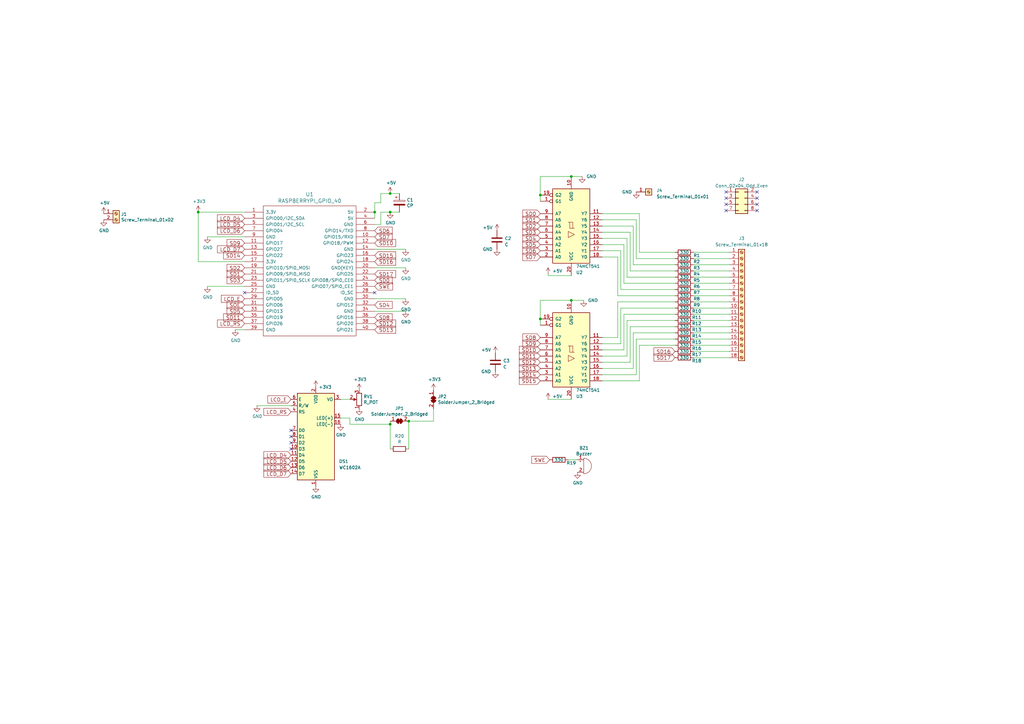
<source format=kicad_sch>
(kicad_sch (version 20230121) (generator eeschema)
  (paper "A3")
  (lib_symbols
    (symbol "74xx:74HCT541" (pin_names (offset 1.016))
      (property "Reference" "U" (at -7.62 16.51 0))
      (property "Value" "74HCT541" (at -7.62 -16.51 0))
      (symbol "74HCT541_1_0"
        (polyline (pts (xy -0.635 -1.6002) (xy -0.635 0.9398) (xy 0.635 0.9398)))
        (polyline (pts (xy -1.27 -1.6002) (xy 0.635 -1.6002) (xy 0.635 0.9398) (xy 1.27 0.9398)))
        (polyline (pts (xy 1.27 3.4798) (xy -1.27 4.7498) (xy -1.27 2.2098) (xy 1.27 3.4798)) (stroke (width 0.1524)))
        (pin input inverted (at -12.7 -10.16 0) (length 5.08) (name "G1") (number "1"))
        (pin power_in line (at 0 -20.32 90) (length 5.08) (name "GND") (number "10"))
        (pin tri_state line (at 12.7 -5.08 180) (length 5.08) (name "Y7") (number "11"))
        (pin tri_state line (at 12.7 -2.54 180) (length 5.08) (name "Y6") (number "12"))
        (pin tri_state line (at 12.7 0 180) (length 5.08) (name "Y5") (number "13"))
        (pin tri_state line (at 12.7 2.54 180) (length 5.08) (name "Y4") (number "14"))
        (pin tri_state line (at 12.7 5.08 180) (length 5.08) (name "Y3") (number "15"))
        (pin tri_state line (at 12.7 7.62 180) (length 5.08) (name "Y2") (number "16"))
        (pin tri_state line (at 12.7 10.16 180) (length 5.08) (name "Y1") (number "17"))
        (pin tri_state line (at 12.7 12.7 180) (length 5.08) (name "Y0") (number "18"))
        (pin input inverted (at -12.7 -12.7 0) (length 5.08) (name "G2") (number "19"))
        (pin input line (at -12.7 12.7 0) (length 5.08) (name "A0") (number "2"))
        (pin power_in line (at 0 20.32 270) (length 5.08) (name "VCC") (number "20"))
        (pin input line (at -12.7 10.16 0) (length 5.08) (name "A1") (number "3"))
        (pin input line (at -12.7 7.62 0) (length 5.08) (name "A2") (number "4"))
        (pin input line (at -12.7 5.08 0) (length 5.08) (name "A3") (number "5"))
        (pin input line (at -12.7 2.54 0) (length 5.08) (name "A4") (number "6"))
        (pin input line (at -12.7 0 0) (length 5.08) (name "A5") (number "7"))
        (pin input line (at -12.7 -2.54 0) (length 5.08) (name "A6") (number "8"))
        (pin input line (at -12.7 -5.08 0) (length 5.08) (name "A7") (number "9"))
      )
      (symbol "74HCT541_1_1"
        (rectangle (start -7.62 15.24) (end 7.62 -15.24) (stroke (width 0.254)) (fill (type background)))
      )
    )
    (symbol "Connector:Screw_Terminal_01x01" (pin_names (offset 1.016) hide)
      (property "Reference" "J" (at 0 2.54 0))
      (property "Value" "Screw_Terminal_01x01" (at 0 -2.54 0))
      (symbol "Screw_Terminal_01x01_1_1"
        (rectangle (start -1.27 1.27) (end 1.27 -1.27) (stroke (width 0.254)) (fill (type background)))
        (polyline (pts (xy -0.5334 0.3302) (xy 0.3302 -0.508)) (stroke (width 0.1524)))
        (polyline (pts (xy -0.3556 0.508) (xy 0.508 -0.3302)) (stroke (width 0.1524)))
        (circle (center 0 0) (radius 0.635) (stroke (width 0.1524)))
        (pin passive line (at -5.08 0 0) (length 3.81) (name "Pin_1") (number "1"))
      )
    )
    (symbol "Connector:Screw_Terminal_01x02" (pin_names (offset 1.016) hide)
      (property "Reference" "J" (at 0 2.54 0))
      (property "Value" "Screw_Terminal_01x02" (at 0 -5.08 0))
      (symbol "Screw_Terminal_01x02_1_1"
        (rectangle (start -1.27 1.27) (end 1.27 -3.81) (stroke (width 0.254)) (fill (type background)))
        (circle (center 0 -2.54) (radius 0.635) (stroke (width 0.1524)))
        (polyline (pts (xy -0.5334 -2.2098) (xy 0.3302 -3.048)) (stroke (width 0.1524)))
        (polyline (pts (xy -0.5334 0.3302) (xy 0.3302 -0.508)) (stroke (width 0.1524)))
        (polyline (pts (xy -0.3556 -2.032) (xy 0.508 -2.8702)) (stroke (width 0.1524)))
        (polyline (pts (xy -0.3556 0.508) (xy 0.508 -0.3302)) (stroke (width 0.1524)))
        (circle (center 0 0) (radius 0.635) (stroke (width 0.1524)))
        (pin passive line (at -5.08 0 0) (length 3.81) (name "Pin_1") (number "1"))
        (pin passive line (at -5.08 -2.54 0) (length 3.81) (name "Pin_2") (number "2"))
      )
    )
    (symbol "Connector:Screw_Terminal_01x18" (pin_names (offset 1.016) hide)
      (property "Reference" "J" (at 0 22.86 0))
      (property "Value" "Screw_Terminal_01x18" (at 0 -25.4 0))
      (symbol "Screw_Terminal_01x18_1_1"
        (rectangle (start -1.27 21.59) (end 1.27 -24.13) (stroke (width 0.254)) (fill (type background)))
        (circle (center 0 -22.86) (radius 0.635) (stroke (width 0.1524)))
        (circle (center 0 -20.32) (radius 0.635) (stroke (width 0.1524)))
        (circle (center 0 -17.78) (radius 0.635) (stroke (width 0.1524)))
        (circle (center 0 -15.24) (radius 0.635) (stroke (width 0.1524)))
        (circle (center 0 -12.7) (radius 0.635) (stroke (width 0.1524)))
        (circle (center 0 -10.16) (radius 0.635) (stroke (width 0.1524)))
        (circle (center 0 -7.62) (radius 0.635) (stroke (width 0.1524)))
        (circle (center 0 -5.08) (radius 0.635) (stroke (width 0.1524)))
        (circle (center 0 -2.54) (radius 0.635) (stroke (width 0.1524)))
        (polyline (pts (xy -0.5334 -22.5298) (xy 0.3302 -23.368)) (stroke (width 0.1524)))
        (polyline (pts (xy -0.5334 -19.9898) (xy 0.3302 -20.828)) (stroke (width 0.1524)))
        (polyline (pts (xy -0.5334 -17.4498) (xy 0.3302 -18.288)) (stroke (width 0.1524)))
        (polyline (pts (xy -0.5334 -14.9098) (xy 0.3302 -15.748)) (stroke (width 0.1524)))
        (polyline (pts (xy -0.5334 -12.3698) (xy 0.3302 -13.208)) (stroke (width 0.1524)))
        (polyline (pts (xy -0.5334 -9.8298) (xy 0.3302 -10.668)) (stroke (width 0.1524)))
        (polyline (pts (xy -0.5334 -7.2898) (xy 0.3302 -8.128)) (stroke (width 0.1524)))
        (polyline (pts (xy -0.5334 -4.7498) (xy 0.3302 -5.588)) (stroke (width 0.1524)))
        (polyline (pts (xy -0.5334 -2.2098) (xy 0.3302 -3.048)) (stroke (width 0.1524)))
        (polyline (pts (xy -0.5334 0.3302) (xy 0.3302 -0.508)) (stroke (width 0.1524)))
        (polyline (pts (xy -0.5334 2.8702) (xy 0.3302 2.032)) (stroke (width 0.1524)))
        (polyline (pts (xy -0.5334 5.4102) (xy 0.3302 4.572)) (stroke (width 0.1524)))
        (polyline (pts (xy -0.5334 7.9502) (xy 0.3302 7.112)) (stroke (width 0.1524)))
        (polyline (pts (xy -0.5334 10.4902) (xy 0.3302 9.652)) (stroke (width 0.1524)))
        (polyline (pts (xy -0.5334 13.0302) (xy 0.3302 12.192)) (stroke (width 0.1524)))
        (polyline (pts (xy -0.5334 15.5702) (xy 0.3302 14.732)) (stroke (width 0.1524)))
        (polyline (pts (xy -0.5334 18.1102) (xy 0.3302 17.272)) (stroke (width 0.1524)))
        (polyline (pts (xy -0.5334 20.6502) (xy 0.3302 19.812)) (stroke (width 0.1524)))
        (polyline (pts (xy -0.3556 -22.352) (xy 0.508 -23.1902)) (stroke (width 0.1524)))
        (polyline (pts (xy -0.3556 -19.812) (xy 0.508 -20.6502)) (stroke (width 0.1524)))
        (polyline (pts (xy -0.3556 -17.272) (xy 0.508 -18.1102)) (stroke (width 0.1524)))
        (polyline (pts (xy -0.3556 -14.732) (xy 0.508 -15.5702)) (stroke (width 0.1524)))
        (polyline (pts (xy -0.3556 -12.192) (xy 0.508 -13.0302)) (stroke (width 0.1524)))
        (polyline (pts (xy -0.3556 -9.652) (xy 0.508 -10.4902)) (stroke (width 0.1524)))
        (polyline (pts (xy -0.3556 -7.112) (xy 0.508 -7.9502)) (stroke (width 0.1524)))
        (polyline (pts (xy -0.3556 -4.572) (xy 0.508 -5.4102)) (stroke (width 0.1524)))
        (polyline (pts (xy -0.3556 -2.032) (xy 0.508 -2.8702)) (stroke (width 0.1524)))
        (polyline (pts (xy -0.3556 0.508) (xy 0.508 -0.3302)) (stroke (width 0.1524)))
        (polyline (pts (xy -0.3556 3.048) (xy 0.508 2.2098)) (stroke (width 0.1524)))
        (polyline (pts (xy -0.3556 5.588) (xy 0.508 4.7498)) (stroke (width 0.1524)))
        (polyline (pts (xy -0.3556 8.128) (xy 0.508 7.2898)) (stroke (width 0.1524)))
        (polyline (pts (xy -0.3556 10.668) (xy 0.508 9.8298)) (stroke (width 0.1524)))
        (polyline (pts (xy -0.3556 13.208) (xy 0.508 12.3698)) (stroke (width 0.1524)))
        (polyline (pts (xy -0.3556 15.748) (xy 0.508 14.9098)) (stroke (width 0.1524)))
        (polyline (pts (xy -0.3556 18.288) (xy 0.508 17.4498)) (stroke (width 0.1524)))
        (polyline (pts (xy -0.3556 20.828) (xy 0.508 19.9898)) (stroke (width 0.1524)))
        (circle (center 0 0) (radius 0.635) (stroke (width 0.1524)))
        (circle (center 0 2.54) (radius 0.635) (stroke (width 0.1524)))
        (circle (center 0 5.08) (radius 0.635) (stroke (width 0.1524)))
        (circle (center 0 7.62) (radius 0.635) (stroke (width 0.1524)))
        (circle (center 0 10.16) (radius 0.635) (stroke (width 0.1524)))
        (circle (center 0 12.7) (radius 0.635) (stroke (width 0.1524)))
        (circle (center 0 15.24) (radius 0.635) (stroke (width 0.1524)))
        (circle (center 0 17.78) (radius 0.635) (stroke (width 0.1524)))
        (circle (center 0 20.32) (radius 0.635) (stroke (width 0.1524)))
        (pin passive line (at -5.08 20.32 0) (length 3.81) (name "Pin_1") (number "1"))
        (pin passive line (at -5.08 -2.54 0) (length 3.81) (name "Pin_10") (number "10"))
        (pin passive line (at -5.08 -5.08 0) (length 3.81) (name "Pin_11") (number "11"))
        (pin passive line (at -5.08 -7.62 0) (length 3.81) (name "Pin_12") (number "12"))
        (pin passive line (at -5.08 -10.16 0) (length 3.81) (name "Pin_13") (number "13"))
        (pin passive line (at -5.08 -12.7 0) (length 3.81) (name "Pin_14") (number "14"))
        (pin passive line (at -5.08 -15.24 0) (length 3.81) (name "Pin_15") (number "15"))
        (pin passive line (at -5.08 -17.78 0) (length 3.81) (name "Pin_16") (number "16"))
        (pin passive line (at -5.08 -20.32 0) (length 3.81) (name "Pin_17") (number "17"))
        (pin passive line (at -5.08 -22.86 0) (length 3.81) (name "Pin_18") (number "18"))
        (pin passive line (at -5.08 17.78 0) (length 3.81) (name "Pin_2") (number "2"))
        (pin passive line (at -5.08 15.24 0) (length 3.81) (name "Pin_3") (number "3"))
        (pin passive line (at -5.08 12.7 0) (length 3.81) (name "Pin_4") (number "4"))
        (pin passive line (at -5.08 10.16 0) (length 3.81) (name "Pin_5") (number "5"))
        (pin passive line (at -5.08 7.62 0) (length 3.81) (name "Pin_6") (number "6"))
        (pin passive line (at -5.08 5.08 0) (length 3.81) (name "Pin_7") (number "7"))
        (pin passive line (at -5.08 2.54 0) (length 3.81) (name "Pin_8") (number "8"))
        (pin passive line (at -5.08 0 0) (length 3.81) (name "Pin_9") (number "9"))
      )
    )
    (symbol "Connector_Generic:Conn_02x04_Odd_Even" (pin_names (offset 1.016) hide)
      (property "Reference" "J" (at 1.27 5.08 0))
      (property "Value" "Conn_02x04_Odd_Even" (at 1.27 -7.62 0))
      (symbol "Conn_02x04_Odd_Even_1_1"
        (rectangle (start -1.27 -4.953) (end 0 -5.207) (stroke (width 0.1524)))
        (rectangle (start -1.27 -2.413) (end 0 -2.667) (stroke (width 0.1524)))
        (rectangle (start -1.27 0.127) (end 0 -0.127) (stroke (width 0.1524)))
        (rectangle (start -1.27 2.667) (end 0 2.413) (stroke (width 0.1524)))
        (rectangle (start -1.27 3.81) (end 3.81 -6.35) (stroke (width 0.254)) (fill (type background)))
        (rectangle (start 3.81 -4.953) (end 2.54 -5.207) (stroke (width 0.1524)))
        (rectangle (start 3.81 -2.413) (end 2.54 -2.667) (stroke (width 0.1524)))
        (rectangle (start 3.81 0.127) (end 2.54 -0.127) (stroke (width 0.1524)))
        (rectangle (start 3.81 2.667) (end 2.54 2.413) (stroke (width 0.1524)))
        (pin passive line (at -5.08 2.54 0) (length 3.81) (name "Pin_1") (number "1"))
        (pin passive line (at 7.62 2.54 180) (length 3.81) (name "Pin_2") (number "2"))
        (pin passive line (at -5.08 0 0) (length 3.81) (name "Pin_3") (number "3"))
        (pin passive line (at 7.62 0 180) (length 3.81) (name "Pin_4") (number "4"))
        (pin passive line (at -5.08 -2.54 0) (length 3.81) (name "Pin_5") (number "5"))
        (pin passive line (at 7.62 -2.54 180) (length 3.81) (name "Pin_6") (number "6"))
        (pin passive line (at -5.08 -5.08 0) (length 3.81) (name "Pin_7") (number "7"))
        (pin passive line (at 7.62 -5.08 180) (length 3.81) (name "Pin_8") (number "8"))
      )
    )
    (symbol "Device:Buzzer" (pin_names (offset 0.0254) hide)
      (property "Reference" "BZ" (at 3.81 1.27 0))
      (property "Value" "Buzzer" (at 3.81 -1.27 0))
      (symbol "Buzzer_0_1"
        (arc (start 0 -3.175) (mid 3.1612 0) (end 0 3.175))
        (polyline (pts (xy -1.651 1.905) (xy -1.143 1.905)))
        (polyline (pts (xy -1.397 2.159) (xy -1.397 1.651)))
        (polyline (pts (xy 0 3.175) (xy 0 -3.175)))
      )
      (symbol "Buzzer_1_1"
        (pin passive line (at -2.54 2.54 0) (length 2.54) (name "-") (number "1"))
        (pin passive line (at -2.54 -2.54 0) (length 2.54) (name "+") (number "2"))
      )
    )
    (symbol "Device:C" (pin_numbers hide) (pin_names (offset 0.254))
      (property "Reference" "C" (at 0.635 2.54 0))
      (property "Value" "C" (at 0.635 -2.54 0))
      (symbol "C_0_1"
        (polyline (pts (xy -2.032 -0.762) (xy 2.032 -0.762)) (stroke (width 0.508)))
        (polyline (pts (xy -2.032 0.762) (xy 2.032 0.762)) (stroke (width 0.508)))
      )
      (symbol "C_1_1"
        (pin passive line (at 0 3.81 270) (length 2.794) (name "~") (number "1"))
        (pin passive line (at 0 -3.81 90) (length 2.794) (name "~") (number "2"))
      )
    )
    (symbol "Device:R" (pin_numbers hide) (pin_names (offset 0))
      (property "Reference" "R" (at 2.032 0 90))
      (property "Value" "R" (at 0 0 90))
      (symbol "R_0_1"
        (rectangle (start -1.016 -2.54) (end 1.016 2.54) (stroke (width 0.254)))
      )
      (symbol "R_1_1"
        (pin passive line (at 0 3.81 270) (length 1.27) (name "~") (number "1"))
        (pin passive line (at 0 -3.81 90) (length 1.27) (name "~") (number "2"))
      )
    )
    (symbol "Display_Character:WC1602A"
      (property "Reference" "DS" (at -5.842 19.05 0))
      (property "Value" "WC1602A" (at 5.334 19.05 0))
      (symbol "WC1602A_1_1"
        (rectangle (start -7.62 17.78) (end 7.62 -17.78) (stroke (width 0.254)) (fill (type background)))
        (pin power_in line (at 0 -20.32 90) (length 2.54) (name "VSS") (number "1"))
        (pin input line (at -10.16 -5.08 0) (length 2.54) (name "D3") (number "10"))
        (pin input line (at -10.16 -7.62 0) (length 2.54) (name "D4") (number "11"))
        (pin input line (at -10.16 -10.16 0) (length 2.54) (name "D5") (number "12"))
        (pin input line (at -10.16 -12.7 0) (length 2.54) (name "D6") (number "13"))
        (pin input line (at -10.16 -15.24 0) (length 2.54) (name "D7") (number "14"))
        (pin power_in line (at 10.16 7.62 180) (length 2.54) (name "LED(+)") (number "15"))
        (pin power_in line (at 10.16 5.08 180) (length 2.54) (name "LED(-)") (number "16"))
        (pin power_in line (at 0 20.32 270) (length 2.54) (name "VDD") (number "2"))
        (pin input line (at 10.16 15.24 180) (length 2.54) (name "VO") (number "3"))
        (pin input line (at -10.16 10.16 0) (length 2.54) (name "RS") (number "4"))
        (pin input line (at -10.16 12.7 0) (length 2.54) (name "R/W") (number "5"))
        (pin input line (at -10.16 15.24 0) (length 2.54) (name "E") (number "6"))
        (pin input line (at -10.16 2.54 0) (length 2.54) (name "D0") (number "7"))
        (pin input line (at -10.16 0 0) (length 2.54) (name "D1") (number "8"))
        (pin input line (at -10.16 -2.54 0) (length 2.54) (name "D2") (number "9"))
      )
    )
    (symbol "Jumper:SolderJumper_2_Bridged" (pin_names (offset 0) hide)
      (property "Reference" "JP" (at 0 2.032 0))
      (property "Value" "SolderJumper_2_Bridged" (at 0 -2.54 0))
      (symbol "SolderJumper_2_Bridged_0_1"
        (rectangle (start -0.508 0.508) (end 0.508 -0.508) (fill (type outline)))
        (arc (start -0.254 1.016) (mid -1.2656 0) (end -0.254 -1.016))
        (arc (start -0.254 1.016) (mid -1.2656 0) (end -0.254 -1.016) (fill (type outline)))
        (polyline (pts (xy -0.254 1.016) (xy -0.254 -1.016)))
        (polyline (pts (xy 0.254 1.016) (xy 0.254 -1.016)))
        (arc (start 0.254 -1.016) (mid 1.2656 0) (end 0.254 1.016))
        (arc (start 0.254 -1.016) (mid 1.2656 0) (end 0.254 1.016) (fill (type outline)))
      )
      (symbol "SolderJumper_2_Bridged_1_1"
        (pin passive line (at -3.81 0 0) (length 2.54) (name "A") (number "1"))
        (pin passive line (at 3.81 0 180) (length 2.54) (name "B") (number "2"))
      )
    )
    (symbol "RaspberryPi-SMI16-rescue:CP-Device" (pin_numbers hide) (pin_names (offset 0.254))
      (property "Reference" "C" (at 0.635 2.54 0))
      (property "Value" "Device_CP" (at 0.635 -2.54 0))
      (symbol "CP-Device_0_1"
        (rectangle (start -2.286 0.508) (end 2.286 1.016))
        (polyline (pts (xy -1.778 2.286) (xy -0.762 2.286)))
        (polyline (pts (xy -1.27 2.794) (xy -1.27 1.778)))
        (rectangle (start 2.286 -0.508) (end -2.286 -1.016) (fill (type outline)))
      )
      (symbol "CP-Device_1_1"
        (pin passive line (at 0 3.81 270) (length 2.794) (name "~") (number "1"))
        (pin passive line (at 0 -3.81 90) (length 2.794) (name "~") (number "2"))
      )
    )
    (symbol "RaspberryPi-SMI16-rescue:RASPBERRYPI_GPIO_40-nanbuwks" (pin_names (offset 1.016))
      (property "Reference" "U" (at 0 19.05 0))
      (property "Value" "nanbuwks_RASPBERRYPI_GPIO_40" (at 0 -38.1 0))
      (symbol "RASPBERRYPI_GPIO_40-nanbuwks_0_1"
        (rectangle (start -19.05 17.78) (end 19.05 -35.56))
      )
      (symbol "RASPBERRYPI_GPIO_40-nanbuwks_1_1"
        (pin input line (at -26.67 15.24 0) (length 7.62) (name "3.3V") (number "1"))
        (pin input line (at 26.67 5.08 180) (length 7.62) (name "GPIO15/RXD") (number "10"))
        (pin input line (at -26.67 2.54 0) (length 7.62) (name "GPIO17") (number "11"))
        (pin input line (at 26.67 2.54 180) (length 7.62) (name "GPIO18/PWM") (number "12"))
        (pin input line (at -26.67 0 0) (length 7.62) (name "GPIO27") (number "13"))
        (pin input line (at 26.67 0 180) (length 7.62) (name "GND") (number "14"))
        (pin input line (at -26.67 -2.54 0) (length 7.62) (name "GPIO22") (number "15"))
        (pin input line (at 26.67 -2.54 180) (length 7.62) (name "GPIO23") (number "16"))
        (pin input line (at -26.67 -5.08 0) (length 7.62) (name "3.3V") (number "17"))
        (pin input line (at 26.67 -5.08 180) (length 7.62) (name "GPIO24") (number "18"))
        (pin input line (at -26.67 -7.62 0) (length 7.62) (name "GPIO10/SPI0_MOSI") (number "19"))
        (pin input line (at 26.67 15.24 180) (length 7.62) (name "5V") (number "2"))
        (pin input line (at 26.67 -7.62 180) (length 7.62) (name "GND(KEY)") (number "20"))
        (pin input line (at -26.67 -10.16 0) (length 7.62) (name "GPIO09/SPI0_MISO") (number "21"))
        (pin input line (at 26.67 -10.16 180) (length 7.62) (name "GPIO25") (number "22"))
        (pin input line (at -26.67 -12.7 0) (length 7.62) (name "GPIO11/SPI0_SCLK") (number "23"))
        (pin input line (at 26.67 -12.7 180) (length 7.62) (name "GPIO08/SPI0_CE0") (number "24"))
        (pin input line (at -26.67 -15.24 0) (length 7.62) (name "GND") (number "25"))
        (pin input line (at 26.67 -15.24 180) (length 7.62) (name "GPIO07/SPI0_CE1") (number "26"))
        (pin input line (at -26.67 -17.78 0) (length 7.62) (name "ID_SD") (number "27"))
        (pin input line (at 26.67 -17.78 180) (length 7.62) (name "ID_SC") (number "28"))
        (pin input line (at -26.67 -20.32 0) (length 7.62) (name "GPIO05") (number "29"))
        (pin input line (at -26.67 12.7 0) (length 7.62) (name "GPIO00/I2C_SDA") (number "3"))
        (pin input line (at 26.67 -20.32 180) (length 7.62) (name "GND") (number "30"))
        (pin input line (at -26.67 -22.86 0) (length 7.62) (name "GPIO06") (number "31"))
        (pin input line (at 26.67 -22.86 180) (length 7.62) (name "GPIO12") (number "32"))
        (pin input line (at -26.67 -25.4 0) (length 7.62) (name "GPIO13") (number "33"))
        (pin input line (at 26.67 -25.4 180) (length 7.62) (name "GND") (number "34"))
        (pin input line (at -26.67 -27.94 0) (length 7.62) (name "GPIO19") (number "35"))
        (pin input line (at 26.67 -27.94 180) (length 7.62) (name "GPIO16") (number "36"))
        (pin input line (at -26.67 -30.48 0) (length 7.62) (name "GPIO26") (number "37"))
        (pin input line (at 26.67 -30.48 180) (length 7.62) (name "GPIO20") (number "38"))
        (pin input line (at -26.67 -33.02 0) (length 7.62) (name "GND") (number "39"))
        (pin input line (at 26.67 12.7 180) (length 7.62) (name "5V") (number "4"))
        (pin input line (at 26.67 -33.02 180) (length 7.62) (name "GPIO21") (number "40"))
        (pin input line (at -26.67 10.16 0) (length 7.62) (name "GPIO01/I2C_SCL") (number "5"))
        (pin input line (at 26.67 10.16 180) (length 7.62) (name "GND") (number "6"))
        (pin input line (at -26.67 7.62 0) (length 7.62) (name "GPIO04") (number "7"))
        (pin input line (at 26.67 7.62 180) (length 7.62) (name "GPIO14/TXD") (number "8"))
        (pin input line (at -26.67 5.08 0) (length 7.62) (name "GND") (number "9"))
      )
    )
    (symbol "RaspberryPi-SMI16-rescue:R_POT-Device" (pin_names (offset 1.016) hide)
      (property "Reference" "RV" (at -4.445 0 90))
      (property "Value" "Device_R_POT" (at -2.54 0 90))
      (symbol "R_POT-Device_0_1"
        (polyline (pts (xy 2.54 0) (xy 1.524 0)))
        (polyline (pts (xy 1.143 0) (xy 2.286 0.508) (xy 2.286 -0.508) (xy 1.143 0)) (fill (type outline)))
        (rectangle (start 1.016 2.54) (end -1.016 -2.54) (stroke (width 0.254)))
      )
      (symbol "R_POT-Device_1_1"
        (pin passive line (at 0 3.81 270) (length 1.27) (name "1") (number "1"))
        (pin passive line (at 3.81 0 180) (length 1.27) (name "2") (number "2"))
        (pin passive line (at 0 -3.81 90) (length 1.27) (name "3") (number "3"))
      )
    )
    (symbol "power:+3.3V" (power) (pin_names (offset 0))
      (property "Value" "+3.3V" (at 0 3.556 0))
      (symbol "+3.3V_0_1"
        (polyline (pts (xy -0.762 1.27) (xy 0 2.54)))
        (polyline (pts (xy 0 0) (xy 0 2.54)))
        (polyline (pts (xy 0 2.54) (xy 0.762 1.27)))
      )
      (symbol "+3.3V_1_1"
        (pin power_in line (at 0 0 90) (length 0) hide (name "+3V3") (number "1"))
      )
    )
    (symbol "power:+5V" (power) (pin_names (offset 0))
      (property "Value" "+5V" (at 0 3.556 0))
      (symbol "+5V_0_1"
        (polyline (pts (xy -0.762 1.27) (xy 0 2.54)))
        (polyline (pts (xy 0 0) (xy 0 2.54)))
        (polyline (pts (xy 0 2.54) (xy 0.762 1.27)))
      )
      (symbol "+5V_1_1"
        (pin power_in line (at 0 0 90) (length 0) hide (name "+5V") (number "1"))
      )
    )
    (symbol "power:GND" (power) (pin_names (offset 0))
      (property "Value" "GND" (at 0 -3.81 0))
      (symbol "GND_0_1"
        (polyline (pts (xy 0 0) (xy 0 -1.27) (xy 1.27 -1.27) (xy 0 -2.54) (xy -1.27 -1.27) (xy 0 -1.27)))
      )
      (symbol "GND_1_1"
        (pin power_in line (at 0 0 270) (length 0) hide (name "GND") (number "1"))
      )
    )
  )
  (junction (at 221.615 80.01))
  (junction (at 167.64 172.72))
  (junction (at 81.28 86.995))
  (junction (at 153.67 86.995))
  (junction (at 234.315 72.39))
  (junction (at 160.02 79.375))
  (junction (at 160.02 173.99))
  (junction (at 160.02 86.995))
  (junction (at 221.615 130.81))
  (junction (at 234.315 123.19))
  (no_connect (at 297.815 86.36))
  (no_connect (at 119.38 184.15))
  (no_connect (at 297.815 81.28))
  (no_connect (at 310.515 86.36))
  (no_connect (at 297.815 83.82))
  (no_connect (at 100.33 120.015))
  (no_connect (at 310.515 81.28))
  (no_connect (at 310.515 78.74))
  (no_connect (at 297.815 78.74))
  (no_connect (at 153.67 120.015))
  (no_connect (at 119.38 179.07))
  (no_connect (at 119.38 176.53))
  (no_connect (at 310.515 83.82))
  (no_connect (at 119.38 181.61))
  (wire (pts (xy 259.715 92.71) (xy 259.715 108.585)))
  (wire (pts (xy 247.015 105.41) (xy 253.365 105.41)))
  (wire (pts (xy 262.255 87.63) (xy 262.255 103.505)))
  (wire (pts (xy 163.83 86.995) (xy 160.02 86.995)))
  (wire (pts (xy 119.38 166.37) (xy 105.41 166.37)))
  (wire (pts (xy 221.615 130.81) (xy 221.615 123.19)))
  (wire (pts (xy 247.015 138.43) (xy 253.365 138.43)))
  (wire (pts (xy 156.21 86.995) (xy 160.02 86.995)))
  (wire (pts (xy 255.905 100.33) (xy 255.905 116.205)))
  (wire (pts (xy 156.21 92.075) (xy 153.67 92.075)))
  (wire (pts (xy 153.67 127.635) (xy 166.37 127.635)))
  (wire (pts (xy 260.985 90.17) (xy 247.015 90.17)))
  (wire (pts (xy 284.48 141.605) (xy 299.085 141.605)))
  (wire (pts (xy 234.315 123.19) (xy 239.395 123.19)))
  (wire (pts (xy 276.86 139.065) (xy 260.985 139.065)))
  (wire (pts (xy 260.985 153.67) (xy 247.015 153.67)))
  (wire (pts (xy 259.715 108.585) (xy 276.86 108.585)))
  (wire (pts (xy 156.21 79.375) (xy 156.21 83.185)))
  (wire (pts (xy 276.86 118.745) (xy 254.635 118.745)))
  (wire (pts (xy 258.445 95.25) (xy 247.015 95.25)))
  (wire (pts (xy 160.02 173.99) (xy 160.02 184.15)))
  (wire (pts (xy 260.985 139.065) (xy 260.985 153.67)))
  (wire (pts (xy 253.365 138.43) (xy 253.365 123.825)))
  (wire (pts (xy 247.015 146.05) (xy 257.175 146.05)))
  (wire (pts (xy 255.905 128.905) (xy 276.86 128.905)))
  (wire (pts (xy 153.67 122.555) (xy 166.37 122.555)))
  (wire (pts (xy 262.255 103.505) (xy 276.86 103.505)))
  (wire (pts (xy 262.255 141.605) (xy 276.86 141.605)))
  (wire (pts (xy 254.635 102.87) (xy 247.015 102.87)))
  (wire (pts (xy 254.635 140.97) (xy 247.015 140.97)))
  (wire (pts (xy 284.48 103.505) (xy 299.085 103.505)))
  (wire (pts (xy 247.015 97.79) (xy 257.175 97.79)))
  (wire (pts (xy 284.48 144.145) (xy 299.085 144.145)))
  (wire (pts (xy 247.015 100.33) (xy 255.905 100.33)))
  (wire (pts (xy 221.615 123.19) (xy 234.315 123.19)))
  (wire (pts (xy 139.7 163.83) (xy 143.51 163.83)))
  (wire (pts (xy 254.635 118.745) (xy 254.635 102.87)))
  (wire (pts (xy 153.67 89.535) (xy 153.67 86.995)))
  (wire (pts (xy 234.315 72.39) (xy 238.76 72.39)))
  (wire (pts (xy 100.33 117.475) (xy 85.09 117.475)))
  (wire (pts (xy 253.365 105.41) (xy 253.365 121.285)))
  (wire (pts (xy 284.48 113.665) (xy 299.085 113.665)))
  (wire (pts (xy 258.445 133.985) (xy 258.445 148.59)))
  (wire (pts (xy 255.905 116.205) (xy 276.86 116.205)))
  (wire (pts (xy 257.175 97.79) (xy 257.175 113.665)))
  (wire (pts (xy 153.67 83.185) (xy 153.67 86.995)))
  (wire (pts (xy 299.085 111.125) (xy 284.48 111.125)))
  (wire (pts (xy 258.445 111.125) (xy 258.445 95.25)))
  (wire (pts (xy 143.51 171.45) (xy 143.51 173.99)))
  (wire (pts (xy 177.8 172.72) (xy 177.8 167.64)))
  (wire (pts (xy 284.48 121.285) (xy 299.085 121.285)))
  (wire (pts (xy 153.67 102.235) (xy 166.37 102.235)))
  (wire (pts (xy 276.86 126.365) (xy 254.635 126.365)))
  (wire (pts (xy 260.985 106.045) (xy 260.985 90.17)))
  (wire (pts (xy 224.79 113.03) (xy 234.315 113.03)))
  (wire (pts (xy 259.715 151.13) (xy 259.715 136.525)))
  (wire (pts (xy 276.86 106.045) (xy 260.985 106.045)))
  (wire (pts (xy 299.085 106.045) (xy 284.48 106.045)))
  (wire (pts (xy 81.28 107.315) (xy 100.33 107.315)))
  (wire (pts (xy 299.085 146.685) (xy 284.48 146.685)))
  (wire (pts (xy 299.085 118.745) (xy 284.48 118.745)))
  (wire (pts (xy 254.635 126.365) (xy 254.635 140.97)))
  (wire (pts (xy 255.905 143.51) (xy 255.905 128.905)))
  (wire (pts (xy 259.715 136.525) (xy 276.86 136.525)))
  (wire (pts (xy 262.255 156.21) (xy 262.255 141.605)))
  (wire (pts (xy 284.48 136.525) (xy 299.085 136.525)))
  (wire (pts (xy 284.48 123.825) (xy 299.085 123.825)))
  (wire (pts (xy 257.175 131.445) (xy 276.86 131.445)))
  (wire (pts (xy 233.045 188.595) (xy 236.855 188.595)))
  (wire (pts (xy 247.015 87.63) (xy 262.255 87.63)))
  (wire (pts (xy 253.365 121.285) (xy 276.86 121.285)))
  (wire (pts (xy 156.21 83.185) (xy 153.67 83.185)))
  (wire (pts (xy 276.86 111.125) (xy 258.445 111.125)))
  (wire (pts (xy 139.7 171.45) (xy 143.51 171.45)))
  (wire (pts (xy 247.015 92.71) (xy 259.715 92.71)))
  (wire (pts (xy 221.615 133.35) (xy 221.615 130.81)))
  (wire (pts (xy 81.28 86.995) (xy 81.28 107.315)))
  (wire (pts (xy 224.79 112.395) (xy 224.79 113.03)))
  (wire (pts (xy 299.085 126.365) (xy 284.48 126.365)))
  (wire (pts (xy 167.64 172.72) (xy 167.64 184.15)))
  (wire (pts (xy 160.02 173.99) (xy 160.02 172.72)))
  (wire (pts (xy 224.79 163.83) (xy 234.315 163.83)))
  (wire (pts (xy 100.33 135.255) (xy 96.52 135.255)))
  (wire (pts (xy 258.445 148.59) (xy 247.015 148.59)))
  (wire (pts (xy 153.67 109.855) (xy 166.37 109.855)))
  (wire (pts (xy 221.615 80.01) (xy 221.615 72.39)))
  (wire (pts (xy 85.09 97.155) (xy 100.33 97.155)))
  (wire (pts (xy 160.02 79.375) (xy 163.83 79.375)))
  (wire (pts (xy 299.085 139.065) (xy 284.48 139.065)))
  (wire (pts (xy 257.175 113.665) (xy 276.86 113.665)))
  (wire (pts (xy 221.615 82.55) (xy 221.615 80.01)))
  (wire (pts (xy 284.48 128.905) (xy 299.085 128.905)))
  (wire (pts (xy 167.64 172.72) (xy 177.8 172.72)))
  (wire (pts (xy 253.365 123.825) (xy 276.86 123.825)))
  (wire (pts (xy 100.33 86.995) (xy 81.28 86.995)))
  (wire (pts (xy 143.51 173.99) (xy 160.02 173.99)))
  (wire (pts (xy 284.48 108.585) (xy 299.085 108.585)))
  (wire (pts (xy 247.015 156.21) (xy 262.255 156.21)))
  (wire (pts (xy 276.86 133.985) (xy 258.445 133.985)))
  (wire (pts (xy 156.21 79.375) (xy 160.02 79.375)))
  (wire (pts (xy 221.615 72.39) (xy 234.315 72.39)))
  (wire (pts (xy 284.48 116.205) (xy 299.085 116.205)))
  (wire (pts (xy 156.21 86.995) (xy 156.21 92.075)))
  (wire (pts (xy 257.175 146.05) (xy 257.175 131.445)))
  (wire (pts (xy 247.015 151.13) (xy 259.715 151.13)))
  (wire (pts (xy 247.015 143.51) (xy 255.905 143.51)))
  (wire (pts (xy 299.085 133.985) (xy 284.48 133.985)))
  (wire (pts (xy 284.48 131.445) (xy 299.085 131.445)))
  (global_label "LCD_D7" (shape input) (at 100.33 102.235 180) (effects (font (size 1.5 1.5))) (property "Intersheetrefs" "${INTERSHEET_REFS}" (effects hide)))
  (global_label "LCD_D7" (shape input) (at 119.38 194.31 180) (effects (font (size 1.5 1.5))) (property "Intersheetrefs" "${INTERSHEET_REFS}" (effects hide)))
  (global_label "LCD_D6" (shape input) (at 100.33 94.615 180) (effects (font (size 1.5 1.5))) (property "Intersheetrefs" "${INTERSHEET_REFS}" (effects hide)))
  (global_label "SD11" (shape input) (at 221.615 146.05 180) (effects (font (size 1.5 1.5))) (property "Intersheetrefs" "${INTERSHEET_REFS}" (effects hide)))
  (global_label "SWE" (shape input) (at 225.425 188.595 180) (effects (font (size 1.5 1.5))) (property "Intersheetrefs" "${INTERSHEET_REFS}" (effects hide)))
  (global_label "SD16" (shape input) (at 153.67 107.315 0) (effects (font (size 1.5 1.5))) (property "Intersheetrefs" "${INTERSHEET_REFS}" (effects hide)))
  (global_label "SD14" (shape input) (at 100.33 104.775 180) (effects (font (size 1.5 1.5))) (property "Intersheetrefs" "${INTERSHEET_REFS}" (effects hide)))
  (global_label "SD12" (shape input) (at 221.615 148.59 180) (effects (font (size 1.5 1.5))) (property "Intersheetrefs" "${INTERSHEET_REFS}" (effects hide)))
  (global_label "LCD_D4" (shape input) (at 100.33 89.535 180) (effects (font (size 1.5 1.5))) (property "Intersheetrefs" "${INTERSHEET_REFS}" (effects hide)))
  (global_label "SD10" (shape input) (at 153.67 99.695 0) (effects (font (size 1.5 1.5))) (property "Intersheetrefs" "${INTERSHEET_REFS}" (effects hide)))
  (global_label "SD9" (shape input) (at 221.615 140.97 180) (effects (font (size 1.5 1.5))) (property "Intersheetrefs" "${INTERSHEET_REFS}" (effects hide)))
  (global_label "SD6" (shape input) (at 221.615 102.87 180) (effects (font (size 1.5 1.5))) (property "Intersheetrefs" "${INTERSHEET_REFS}" (effects hide)))
  (global_label "SD1" (shape input) (at 100.33 112.395 180) (effects (font (size 1.5 1.5))) (property "Intersheetrefs" "${INTERSHEET_REFS}" (effects hide)))
  (global_label "SD2" (shape input) (at 221.615 92.71 180) (effects (font (size 1.5 1.5))) (property "Intersheetrefs" "${INTERSHEET_REFS}" (effects hide)))
  (global_label "LCD_RS" (shape input) (at 119.38 168.91 180) (effects (font (size 1.5 1.5))) (property "Intersheetrefs" "${INTERSHEET_REFS}" (effects hide)))
  (global_label "SWE" (shape input) (at 153.67 117.475 0) (effects (font (size 1.5 1.5))) (property "Intersheetrefs" "${INTERSHEET_REFS}" (effects hide)))
  (global_label "LCD_D5" (shape input) (at 100.33 92.075 180) (effects (font (size 1.5 1.5))) (property "Intersheetrefs" "${INTERSHEET_REFS}" (effects hide)))
  (global_label "SD7" (shape input) (at 153.67 97.155 0) (effects (font (size 1.5 1.5))) (property "Intersheetrefs" "${INTERSHEET_REFS}" (effects hide)))
  (global_label "SD12" (shape input) (at 153.67 132.715 0) (effects (font (size 1.5 1.5))) (property "Intersheetrefs" "${INTERSHEET_REFS}" (effects hide)))
  (global_label "SD17" (shape input) (at 153.67 112.395 0) (effects (font (size 1.5 1.5))) (property "Intersheetrefs" "${INTERSHEET_REFS}" (effects hide)))
  (global_label "SD16" (shape input) (at 276.86 144.145 180) (effects (font (size 1.5 1.5))) (property "Intersheetrefs" "${INTERSHEET_REFS}" (effects hide)))
  (global_label "SD4" (shape input) (at 221.615 97.79 180) (effects (font (size 1.5 1.5))) (property "Intersheetrefs" "${INTERSHEET_REFS}" (effects hide)))
  (global_label "SD0" (shape input) (at 153.67 114.935 0) (effects (font (size 1.5 1.5))) (property "Intersheetrefs" "${INTERSHEET_REFS}" (effects hide)))
  (global_label "SD2" (shape input) (at 100.33 109.855 180) (effects (font (size 1.5 1.5))) (property "Intersheetrefs" "${INTERSHEET_REFS}" (effects hide)))
  (global_label "SD14" (shape input) (at 221.615 153.67 180) (effects (font (size 1.5 1.5))) (property "Intersheetrefs" "${INTERSHEET_REFS}" (effects hide)))
  (global_label "SD15" (shape input) (at 153.67 104.775 0) (effects (font (size 1.5 1.5))) (property "Intersheetrefs" "${INTERSHEET_REFS}" (effects hide)))
  (global_label "LCD_RS" (shape input) (at 100.33 132.715 180) (effects (font (size 1.5 1.5))) (property "Intersheetrefs" "${INTERSHEET_REFS}" (effects hide)))
  (global_label "LCD_E" (shape input) (at 100.33 122.555 180) (effects (font (size 1.5 1.5))) (property "Intersheetrefs" "${INTERSHEET_REFS}" (effects hide)))
  (global_label "SD1" (shape input) (at 221.615 90.17 180) (effects (font (size 1.5 1.5))) (property "Intersheetrefs" "${INTERSHEET_REFS}" (effects hide)))
  (global_label "SD13" (shape input) (at 221.615 151.13 180) (effects (font (size 1.5 1.5))) (property "Intersheetrefs" "${INTERSHEET_REFS}" (effects hide)))
  (global_label "SD3" (shape input) (at 221.615 95.25 180) (effects (font (size 1.5 1.5))) (property "Intersheetrefs" "${INTERSHEET_REFS}" (effects hide)))
  (global_label "LCD_D5" (shape input) (at 119.38 189.23 180) (effects (font (size 1.5 1.5))) (property "Intersheetrefs" "${INTERSHEET_REFS}" (effects hide)))
  (global_label "SD3" (shape input) (at 100.33 114.935 180) (effects (font (size 1.5 1.5))) (property "Intersheetrefs" "${INTERSHEET_REFS}" (effects hide)))
  (global_label "LCD_D6" (shape input) (at 119.38 191.77 180) (effects (font (size 1.5 1.5))) (property "Intersheetrefs" "${INTERSHEET_REFS}" (effects hide)))
  (global_label "SD11" (shape input) (at 100.33 130.175 180) (effects (font (size 1.5 1.5))) (property "Intersheetrefs" "${INTERSHEET_REFS}" (effects hide)))
  (global_label "SD4" (shape input) (at 153.67 125.095 0) (effects (font (size 1.5 1.5))) (property "Intersheetrefs" "${INTERSHEET_REFS}" (effects hide)))
  (global_label "SD6" (shape input) (at 153.67 94.615 0) (effects (font (size 1.5 1.5))) (property "Intersheetrefs" "${INTERSHEET_REFS}" (effects hide)))
  (global_label "SD15" (shape input) (at 221.615 156.21 180) (effects (font (size 1.5 1.5))) (property "Intersheetrefs" "${INTERSHEET_REFS}" (effects hide)))
  (global_label "SD17" (shape input) (at 276.86 146.685 180) (effects (font (size 1.5 1.5))) (property "Intersheetrefs" "${INTERSHEET_REFS}" (effects hide)))
  (global_label "SD9" (shape input) (at 100.33 99.695 180) (effects (font (size 1.5 1.5))) (property "Intersheetrefs" "${INTERSHEET_REFS}" (effects hide)))
  (global_label "SD5" (shape input) (at 100.33 127.635 180) (effects (font (size 1.5 1.5))) (property "Intersheetrefs" "${INTERSHEET_REFS}" (effects hide)))
  (global_label "SD7" (shape input) (at 221.615 105.41 180) (effects (font (size 1.5 1.5))) (property "Intersheetrefs" "${INTERSHEET_REFS}" (effects hide)))
  (global_label "SD13" (shape input) (at 153.67 135.255 0) (effects (font (size 1.5 1.5))) (property "Intersheetrefs" "${INTERSHEET_REFS}" (effects hide)))
  (global_label "SD10" (shape input) (at 221.615 143.51 180) (effects (font (size 1.5 1.5))) (property "Intersheetrefs" "${INTERSHEET_REFS}" (effects hide)))
  (global_label "SD8" (shape input) (at 221.615 138.43 180) (effects (font (size 1.5 1.5))) (property "Intersheetrefs" "${INTERSHEET_REFS}" (effects hide)))
  (global_label "SD5" (shape input) (at 221.615 100.33 180) (effects (font (size 1.5 1.5))) (property "Intersheetrefs" "${INTERSHEET_REFS}" (effects hide)))
  (global_label "LCD_E" (shape input) (at 119.38 163.83 180) (effects (font (size 1.5 1.5))) (property "Intersheetrefs" "${INTERSHEET_REFS}" (effects hide)))
  (global_label "SD0" (shape input) (at 221.615 87.63 180) (effects (font (size 1.5 1.5))) (property "Intersheetrefs" "${INTERSHEET_REFS}" (effects hide)))
  (global_label "LCD_D4" (shape input) (at 119.38 186.69 180) (effects (font (size 1.5 1.5))) (property "Intersheetrefs" "${INTERSHEET_REFS}" (effects hide)))
  (global_label "SD8" (shape input) (at 153.67 130.175 0) (effects (font (size 1.5 1.5))) (property "Intersheetrefs" "${INTERSHEET_REFS}" (effects hide)))
  (global_label "SOE" (shape input) (at 100.33 125.095 180) (effects (font (size 1.5 1.5))) (property "Intersheetrefs" "${INTERSHEET_REFS}" (effects hide)))
  (symbol (lib_id "power:+3.3V") (at 81.28 86.995 0) (unit 1)
    (property "Reference" "#PWR0104" (effects hide))
    (property "Value" "+3.3V" (at 81.661 82.6008 0))
  )
  (symbol (lib_id "power:GND") (at 85.09 97.155 0) (unit 1)
    (property "Reference" "#PWR0105" (effects hide))
    (property "Value" "GND" (at 85.217 101.5492 0))
  )
  (symbol (lib_id "power:GND") (at 85.09 117.475 0) (unit 1)
    (property "Reference" "#PWR0114" (effects hide))
    (property "Value" "GND" (at 85.217 121.8692 0))
  )
  (symbol (lib_id "power:GND") (at 166.37 102.235 0) (unit 1)
    (property "Reference" "#PWR0115" (effects hide))
    (property "Value" "GND" (at 166.497 106.6292 0))
  )
  (symbol (lib_id "power:GND") (at 160.02 86.995 0) (unit 1)
    (property "Reference" "#PWR0116" (effects hide))
    (property "Value" "GND" (at 160.147 91.3892 0))
  )
  (symbol (lib_id "power:+5V") (at 160.02 79.375 0) (unit 1)
    (property "Reference" "#PWR0118" (effects hide))
    (property "Value" "+5V" (at 160.401 74.9808 0))
  )
  (symbol (lib_id "power:GND") (at 96.52 135.255 0) (unit 1)
    (property "Reference" "#PWR0119" (effects hide))
    (property "Value" "GND" (at 96.647 139.6492 0))
  )
  (symbol (lib_id "Display_Character:WC1602A") (at 129.54 179.07 0) (unit 1)
    (property "Reference" "DS1" (at 140.97 189.23 0))
    (property "Value" "WC1602A" (at 143.51 191.77 0))
    (property "Footprint" "Display:WC1602A" (effects hide))
    (property "Datasheet" "http://www.wincomlcd.com/pdf/WC1602A-SFYLYHTC06.pdf" (effects hide))
  )
  (symbol (lib_id "power:+5V") (at 42.545 87.63 0) (unit 1)
    (property "Reference" "#PWR0120" (effects hide))
    (property "Value" "+5V" (at 42.926 83.2358 0))
  )
  (symbol (lib_id "Device:Buzzer") (at 239.395 191.135 0) (unit 1)
    (property "Reference" "BZ1" (at 239.522 183.769 0))
    (property "Value" "Buzzer" (at 239.522 186.0804 0))
    (property "Footprint" "Buzzer_Beeper:Buzzer_12x9.5RM7.6" (effects hide))
  )
  (symbol (lib_id "RaspberryPi-SMI16-rescue:CP-Device") (at 163.83 83.185 0) (unit 1)
    (property "Reference" "C1" (at 166.8272 82.0166 0) (effects (justify left)))
    (property "Value" "CP" (at 166.8272 84.328 0) (effects (justify left)))
    (property "Footprint" "Capacitor_THT:CP_Radial_D8.0mm_P3.50mm" (effects hide))
  )
  (symbol (lib_id "Connector:Screw_Terminal_01x02") (at 47.625 87.63 0) (unit 1)
    (property "Reference" "J1" (at 49.657 87.8332 0) (effects (justify left)))
    (property "Value" "Screw_Terminal_01x02" (at 49.657 90.1446 0) (effects (justify left)))
    (property "Footprint" "TerminalBlock_Phoenix:TerminalBlock_Phoenix_MKDS-1,5-2_1x02_P5.00mm_Horizontal" (effects hide))
  )
  (symbol (lib_id "RaspberryPi-SMI16-rescue:R_POT-Device") (at 147.32 163.83 180) (unit 1)
    (property "Reference" "RV1" (at 149.098 162.6616 0) (effects (justify right)))
    (property "Value" "R_POT" (at 149.098 164.973 0) (effects (justify right)))
    (property "Footprint" "Potentiometer_THT:Potentiometer_Runtron_RM-065_Vertical" (effects hide))
  )
  (symbol (lib_id "power:GND") (at 42.545 90.17 0) (unit 1)
    (property "Reference" "#PWR0103" (effects hide))
    (property "Value" "GND" (at 42.672 94.5642 0))
  )
  (symbol (lib_id "power:GND") (at 129.54 199.39 0) (unit 1)
    (property "Reference" "#PWR0106" (effects hide))
    (property "Value" "GND" (at 129.667 203.7842 0))
  )
  (symbol (lib_id "power:GND") (at 147.32 167.64 0) (unit 1)
    (property "Reference" "#PWR0107" (effects hide))
    (property "Value" "GND" (at 147.447 172.0342 0))
  )
  (symbol (lib_id "power:+3.3V") (at 147.32 160.02 0) (unit 1)
    (property "Reference" "#PWR0108" (effects hide))
    (property "Value" "+3.3V" (at 147.701 155.6258 0))
  )
  (symbol (lib_id "power:+3.3V") (at 129.54 158.75 0) (unit 1)
    (property "Reference" "#PWR0109" (effects hide))
    (property "Value" "+3.3V" (at 133.35 158.75 0))
  )
  (symbol (lib_id "power:GND") (at 139.7 173.99 0) (unit 1)
    (property "Reference" "#PWR0110" (effects hide))
    (property "Value" "GND" (at 139.827 178.3842 0))
  )
  (symbol (lib_id "Jumper:SolderJumper_2_Bridged") (at 163.83 172.72 0) (unit 1)
    (property "Reference" "JP1" (at 163.83 167.513 0))
    (property "Value" "SolderJumper_2_Bridged" (at 163.83 169.8244 0))
    (property "Footprint" "Jumper:SolderJumper-2_P1.3mm_Bridged_Pad1.0x1.5mm" (effects hide))
  )
  (symbol (lib_id "Device:R") (at 163.83 184.15 270) (unit 1)
    (property "Reference" "R20" (at 163.83 178.8922 90))
    (property "Value" "R" (at 163.83 181.2036 90))
    (property "Footprint" "Resistor_THT:R_Axial_DIN0309_L9.0mm_D3.2mm_P12.70mm_Horizontal" (effects hide))
  )
  (symbol (lib_id "power:+3.3V") (at 177.8 160.02 0) (unit 1)
    (property "Reference" "#PWR0111" (effects hide))
    (property "Value" "+3.3V" (at 178.181 155.6258 0))
  )
  (symbol (lib_id "Jumper:SolderJumper_2_Bridged") (at 177.8 163.83 270) (unit 1)
    (property "Reference" "JP2" (at 179.5272 162.6616 90) (effects (justify left)))
    (property "Value" "SolderJumper_2_Bridged" (at 179.5272 164.973 90) (effects (justify left)))
    (property "Footprint" "Jumper:SolderJumper-2_P1.3mm_Bridged_Pad1.0x1.5mm" (effects hide))
  )
  (symbol (lib_id "power:GND") (at 105.41 166.37 0) (unit 1)
    (property "Reference" "#PWR0112" (effects hide))
    (property "Value" "GND" (at 105.537 170.7642 0))
  )
  (symbol (lib_id "RaspberryPi-SMI16-rescue:RASPBERRYPI_GPIO_40-nanbuwks") (at 127 102.235 0) (unit 1)
    (property "Reference" "U1" (at 127 79.7052 0) (effects (font (size 1.524 1.524))))
    (property "Value" "RASPBERRYPI_GPIO_40" (at 127 82.3976 0) (effects (font (size 1.524 1.524))))
    (property "Footprint" "library:RaspberryPiModelB" (effects hide))
  )
  (symbol (lib_id "power:GND") (at 236.855 193.675 0) (unit 1)
    (property "Reference" "#PWR0113" (effects hide))
    (property "Value" "GND" (at 236.982 198.0692 0))
  )
  (symbol (lib_id "Device:R") (at 280.67 141.605 90) (unit 1)
    (property "Reference" "R16" (at 285.75 142.875 90))
    (property "Value" "330" (at 280.67 141.605 90))
    (property "Footprint" "Resistor_SMD:R_0603_1608Metric" (effects hide))
  )
  (symbol (lib_id "Device:R") (at 280.67 136.525 90) (unit 1)
    (property "Reference" "R14" (at 285.75 137.795 90))
    (property "Value" "330" (at 280.67 136.525 90))
    (property "Footprint" "Resistor_SMD:R_0603_1608Metric" (effects hide))
  )
  (symbol (lib_id "power:+5V") (at 203.835 94.615 0) (unit 1)
    (property "Reference" "#PWR08" (effects hide))
    (property "Value" "+5V" (at 200.025 93.345 0))
  )
  (symbol (lib_id "Device:R") (at 280.67 144.145 90) (unit 1)
    (property "Reference" "R17" (at 285.75 145.415 90))
    (property "Value" "330" (at 280.67 144.145 90))
    (property "Footprint" "Resistor_SMD:R_0603_1608Metric" (effects hide))
  )
  (symbol (lib_id "power:+5V") (at 203.2 144.78 0) (unit 1)
    (property "Reference" "#PWR010" (effects hide))
    (property "Value" "+5V" (at 199.39 143.51 0))
  )
  (symbol (lib_id "Device:R") (at 280.67 111.125 90) (unit 1)
    (property "Reference" "R4" (at 285.75 112.395 90))
    (property "Value" "330" (at 280.67 111.125 90))
    (property "Footprint" "Resistor_SMD:R_0603_1608Metric" (effects hide))
  )
  (symbol (lib_id "Device:R") (at 280.67 116.205 90) (unit 1)
    (property "Reference" "R6" (at 285.75 117.475 90))
    (property "Value" "330" (at 280.67 116.205 90))
    (property "Footprint" "Resistor_SMD:R_0603_1608Metric" (effects hide))
  )
  (symbol (lib_id "power:+5V") (at 224.79 163.83 0) (mirror y) (unit 1)
    (property "Reference" "#PWR05" (effects hide))
    (property "Value" "+5V" (at 228.6 162.56 0))
  )
  (symbol (lib_id "Device:R") (at 280.67 126.365 90) (unit 1)
    (property "Reference" "R10" (at 285.75 127.635 90))
    (property "Value" "330" (at 280.67 126.365 90))
    (property "Footprint" "Resistor_SMD:R_0603_1608Metric" (effects hide))
  )
  (symbol (lib_id "Device:R") (at 280.67 131.445 90) (unit 1)
    (property "Reference" "R12" (at 285.75 132.715 90))
    (property "Value" "330" (at 280.67 131.445 90))
    (property "Footprint" "Resistor_SMD:R_0603_1608Metric" (effects hide))
  )
  (symbol (lib_id "power:GND") (at 166.37 122.555 0) (unit 1)
    (property "Reference" "#PWR01" (effects hide))
    (property "Value" "GND" (at 166.497 126.9492 0))
  )
  (symbol (lib_id "Device:R") (at 280.67 123.825 90) (unit 1)
    (property "Reference" "R9" (at 285.75 125.095 90))
    (property "Value" "330" (at 280.67 123.825 90))
    (property "Footprint" "Resistor_SMD:R_0603_1608Metric" (effects hide))
  )
  (symbol (lib_id "Device:R") (at 280.67 128.905 90) (unit 1)
    (property "Reference" "R11" (at 285.75 130.175 90))
    (property "Value" "330" (at 280.67 128.905 90))
    (property "Footprint" "Resistor_SMD:R_0603_1608Metric" (effects hide))
  )
  (symbol (lib_id "Device:R") (at 280.67 113.665 90) (unit 1)
    (property "Reference" "R5" (at 285.75 114.935 90))
    (property "Value" "330" (at 280.67 113.665 90))
    (property "Footprint" "Resistor_SMD:R_0603_1608Metric" (effects hide))
  )
  (symbol (lib_id "power:GND") (at 239.395 123.19 0) (mirror y) (unit 1)
    (property "Reference" "#PWR06" (effects hide))
    (property "Value" "GND" (at 243.205 123.19 0))
  )
  (symbol (lib_id "Device:R") (at 229.235 188.595 90) (unit 1)
    (property "Reference" "R19" (at 234.315 189.865 90))
    (property "Value" "330" (at 229.235 188.595 90))
    (property "Footprint" "Resistor_SMD:R_0603_1608Metric" (effects hide))
  )
  (symbol (lib_id "Connector:Screw_Terminal_01x18") (at 304.165 123.825 0) (unit 1)
    (property "Reference" "J3" (at 304.165 97.79 0))
    (property "Value" "Screw_Terminal_01x18" (at 304.165 100.33 0))
    (property "Footprint" "Connector_PinHeader_2.54mm:PinHeader_1x18_P2.54mm_Vertical" (effects hide))
  )
  (symbol (lib_id "Device:R") (at 280.67 106.045 90) (unit 1)
    (property "Reference" "R2" (at 285.75 107.315 90))
    (property "Value" "330" (at 280.67 106.045 90))
    (property "Footprint" "Resistor_SMD:R_0603_1608Metric" (effects hide))
  )
  (symbol (lib_id "Device:R") (at 280.67 118.745 90) (unit 1)
    (property "Reference" "R7" (at 285.75 120.015 90))
    (property "Value" "330" (at 280.67 118.745 90))
    (property "Footprint" "Resistor_SMD:R_0603_1608Metric" (effects hide))
  )
  (symbol (lib_id "Device:R") (at 280.67 146.685 90) (unit 1)
    (property "Reference" "R18" (at 285.75 147.955 90))
    (property "Value" "330" (at 280.67 146.685 90))
    (property "Footprint" "Resistor_SMD:R_0603_1608Metric" (effects hide))
  )
  (symbol (lib_id "power:GND") (at 166.37 109.855 0) (unit 1)
    (property "Reference" "#PWR03" (effects hide))
    (property "Value" "GND" (at 166.497 114.2492 0))
  )
  (symbol (lib_id "power:+5V") (at 224.79 112.395 0) (mirror y) (unit 1)
    (property "Reference" "#PWR07" (effects hide))
    (property "Value" "+5V" (at 228.6 111.125 0))
  )
  (symbol (lib_id "Device:R") (at 280.67 139.065 90) (unit 1)
    (property "Reference" "R15" (at 285.75 140.335 90))
    (property "Value" "330" (at 280.67 139.065 90))
    (property "Footprint" "Resistor_SMD:R_0603_1608Metric" (effects hide))
  )
  (symbol (lib_id "74xx:74HCT541") (at 234.315 143.51 0) (mirror x) (unit 1)
    (property "Reference" "U3" (at 236.2709 162.56 0) (effects (justify left)))
    (property "Value" "74HCT541" (at 236.2709 160.02 0) (effects (justify left)))
    (property "Footprint" "Package_SO:SOIC-20W_7.5x15.4mm_P1.27mm" (effects hide))
    (property "Datasheet" "http://www.ti.com/lit/gpn/sn74HCT541" (effects hide))
  )
  (symbol (lib_id "power:GND") (at 166.37 127.635 0) (unit 1)
    (property "Reference" "#PWR02" (effects hide))
    (property "Value" "GND" (at 166.497 132.0292 0))
  )
  (symbol (lib_id "power:GND") (at 260.985 78.74 0) (unit 1)
    (property "Reference" "#PWR012" (effects hide))
    (property "Value" "GND" (at 257.175 78.74 0))
  )
  (symbol (lib_id "Device:R") (at 280.67 121.285 90) (unit 1)
    (property "Reference" "R8" (at 285.75 122.555 90))
    (property "Value" "330" (at 280.67 121.285 90))
    (property "Footprint" "Resistor_SMD:R_0603_1608Metric" (effects hide))
  )
  (symbol (lib_id "Connector:Screw_Terminal_01x01") (at 266.065 78.74 0) (unit 1)
    (property "Reference" "J4" (at 269.24 78.105 0) (effects (justify left)))
    (property "Value" "Screw_Terminal_01x01" (at 269.24 80.645 0) (effects (justify left)))
    (property "Footprint" "Connector_PinHeader_2.54mm:PinHeader_1x01_P2.54mm_Vertical" (effects hide))
  )
  (symbol (lib_id "Device:R") (at 280.67 108.585 90) (unit 1)
    (property "Reference" "R3" (at 285.75 109.855 90))
    (property "Value" "330" (at 280.67 108.585 90))
    (property "Footprint" "Resistor_SMD:R_0603_1608Metric" (effects hide))
  )
  (symbol (lib_id "Connector_Generic:Conn_02x04_Odd_Even") (at 302.895 81.28 0) (unit 1)
    (property "Reference" "J2" (at 304.165 73.66 0))
    (property "Value" "Conn_02x04_Odd_Even" (at 304.165 76.2 0))
    (property "Footprint" "MountingHole:MountingHole_3.2mm_M3" (effects hide))
  )
  (symbol (lib_id "Device:C") (at 203.835 98.425 0) (unit 1)
    (property "Reference" "C2" (at 207.01 97.79 0) (effects (justify left)))
    (property "Value" "C" (at 207.01 100.33 0) (effects (justify left)))
    (property "Footprint" "Capacitor_SMD:C_0603_1608Metric" (effects hide))
  )
  (symbol (lib_id "74xx:74HCT541") (at 234.315 92.71 0) (mirror x) (unit 1)
    (property "Reference" "U2" (at 236.2709 111.76 0) (effects (justify left)))
    (property "Value" "74HCT541" (at 236.2709 109.22 0) (effects (justify left)))
    (property "Footprint" "Package_SO:SOIC-20W_7.5x12.8mm_P1.27mm" (effects hide))
    (property "Datasheet" "http://www.ti.com/lit/gpn/sn74HCT541" (effects hide))
  )
  (symbol (lib_id "Device:C") (at 203.2 148.59 0) (unit 1)
    (property "Reference" "C3" (at 206.375 147.955 0) (effects (justify left)))
    (property "Value" "C" (at 206.375 150.495 0) (effects (justify left)))
    (property "Footprint" "Capacitor_SMD:C_0603_1608Metric" (effects hide))
  )
  (symbol (lib_id "power:GND") (at 238.76 72.39 0) (mirror y) (unit 1)
    (property "Reference" "#PWR04" (effects hide))
    (property "Value" "GND" (at 242.57 72.39 0))
  )
  (symbol (lib_id "power:GND") (at 203.835 102.235 0) (unit 1)
    (property "Reference" "#PWR09" (effects hide))
    (property "Value" "GND" (at 200.025 102.235 0))
  )
  (symbol (lib_id "Device:R") (at 280.67 133.985 90) (unit 1)
    (property "Reference" "R13" (at 285.75 135.255 90))
    (property "Value" "330" (at 280.67 133.985 90))
    (property "Footprint" "Resistor_SMD:R_0603_1608Metric" (effects hide))
  )
  (symbol (lib_id "power:GND") (at 203.2 152.4 0) (unit 1)
    (property "Reference" "#PWR011" (effects hide))
    (property "Value" "GND" (at 199.39 152.4 0))
  )
  (symbol (lib_id "Device:R") (at 280.67 103.505 90) (unit 1)
    (property "Reference" "R1" (at 285.75 104.775 90))
    (property "Value" "330" (at 280.67 103.505 90))
    (property "Footprint" "Resistor_SMD:R_0603_1608Metric" (effects hide))
  )
)
</source>
